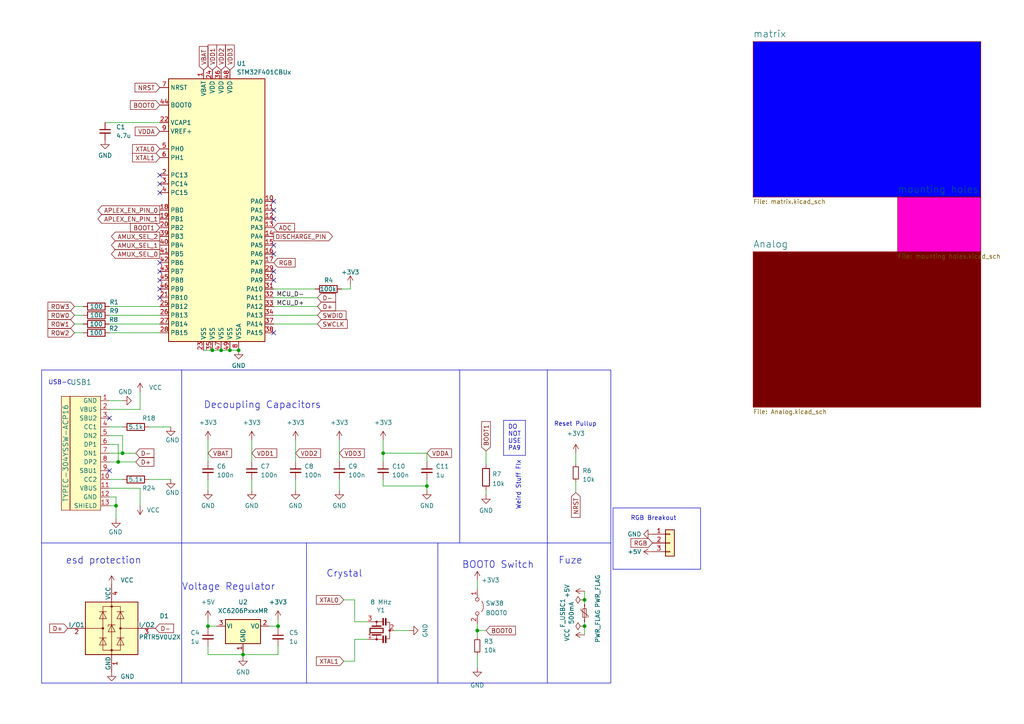
<source format=kicad_sch>
(kicad_sch (version 20230121) (generator eeschema)
  (paper "A4")
  (lib_symbols
    (symbol "Connector_Generic:Conn_01x03" (pin_names (offset 1.016) hide)
      (property "Reference" "J" (at 0 5.08 0))
      (property "Value" "Conn_01x03" (at 0 -5.08 0))
      (symbol "Conn_01x03_1_1"
        (rectangle (start -1.27 -2.413) (end 0 -2.667) (stroke (width 0.1524)))
        (rectangle (start -1.27 0.127) (end 0 -0.127) (stroke (width 0.1524)))
        (rectangle (start -1.27 2.667) (end 0 2.413) (stroke (width 0.1524)))
        (rectangle (start -1.27 3.81) (end 1.27 -3.81) (stroke (width 0.254)) (fill (type background)))
        (pin passive line (at -5.08 2.54 0) (length 3.81) (name "Pin_1") (number "1"))
        (pin passive line (at -5.08 0 0) (length 3.81) (name "Pin_2") (number "2"))
        (pin passive line (at -5.08 -2.54 0) (length 3.81) (name "Pin_3") (number "3"))
      )
    )
    (symbol "Device:C_Small" (pin_numbers hide) (pin_names (offset 0.254) hide)
      (property "Reference" "C" (at 0.254 1.778 0))
      (property "Value" "C_Small" (at 0.254 -2.032 0))
      (symbol "C_Small_0_1"
        (polyline (pts (xy -1.524 -0.508) (xy 1.524 -0.508)) (stroke (width 0.3302)))
        (polyline (pts (xy -1.524 0.508) (xy 1.524 0.508)) (stroke (width 0.3048)))
      )
      (symbol "C_Small_1_1"
        (pin passive line (at 0 2.54 270) (length 2.032) (name "~") (number "1"))
        (pin passive line (at 0 -2.54 90) (length 2.032) (name "~") (number "2"))
      )
    )
    (symbol "Device:Polyfuse_Small" (pin_numbers hide) (pin_names (offset 0))
      (property "Reference" "F" (at -1.905 0 90))
      (property "Value" "Polyfuse_Small" (at 1.905 0 90))
      (symbol "Polyfuse_Small_0_1"
        (rectangle (start -0.508 1.27) (end 0.508 -1.27))
        (polyline (pts (xy 0 2.54) (xy 0 -2.54)))
        (polyline (pts (xy -1.016 1.27) (xy -1.016 0.762) (xy 1.016 -0.762) (xy 1.016 -1.27)))
      )
      (symbol "Polyfuse_Small_1_1"
        (pin passive line (at 0 2.54 270) (length 0.635) (name "~") (number "1"))
        (pin passive line (at 0 -2.54 90) (length 0.635) (name "~") (number "2"))
      )
    )
    (symbol "Device:R" (pin_numbers hide) (pin_names (offset 0))
      (property "Reference" "R" (at 2.032 0 90))
      (property "Value" "R" (at 0 0 90))
      (symbol "R_0_1"
        (rectangle (start -1.016 -2.54) (end 1.016 2.54) (stroke (width 0.254)))
      )
      (symbol "R_1_1"
        (pin passive line (at 0 3.81 270) (length 1.27) (name "~") (number "1"))
        (pin passive line (at 0 -3.81 90) (length 1.27) (name "~") (number "2"))
      )
    )
    (symbol "Device:R_Small" (pin_numbers hide) (pin_names (offset 0.254) hide)
      (property "Reference" "R" (at 0.762 0.508 0))
      (property "Value" "R_Small" (at 0.762 -1.016 0))
      (symbol "R_Small_0_1"
        (rectangle (start -0.762 1.778) (end 0.762 -1.778) (stroke (width 0.2032)))
      )
      (symbol "R_Small_1_1"
        (pin passive line (at 0 2.54 270) (length 0.762) (name "~") (number "1"))
        (pin passive line (at 0 -2.54 90) (length 0.762) (name "~") (number "2"))
      )
    )
    (symbol "Device:Resonator_Small" (pin_names (offset 1.016) hide)
      (property "Reference" "Y" (at 3.175 1.905 0))
      (property "Value" "Resonator_Small" (at 3.175 0 0))
      (symbol "Resonator_Small_0_1"
        (rectangle (start -3.556 -2.54) (end -1.524 -2.794) (fill (type outline)))
        (rectangle (start -3.556 -1.778) (end -1.524 -2.032) (fill (type outline)))
        (circle (center -2.54 0) (radius 0.254) (fill (type outline)))
        (rectangle (start -0.635 1.905) (end 0.635 -1.905) (stroke (width 0.3048)))
        (circle (center 0 -3.81) (radius 0.254) (fill (type outline)))
        (polyline (pts (xy -2.54 -1.778) (xy -2.54 0)))
        (polyline (pts (xy -2.54 0) (xy -1.397 0)))
        (polyline (pts (xy -2.54 1.27) (xy -2.54 0)))
        (polyline (pts (xy -1.27 -1.27) (xy -1.27 1.27)) (stroke (width 0.381)))
        (polyline (pts (xy 1.27 -1.27) (xy 1.27 1.27)) (stroke (width 0.381)))
        (polyline (pts (xy 1.27 0) (xy 2.54 0)))
        (polyline (pts (xy 2.54 0) (xy 2.54 -1.778)))
        (polyline (pts (xy 2.54 1.27) (xy 2.54 0)))
        (polyline (pts (xy 2.413 -2.794) (xy 2.413 -3.81) (xy -2.413 -3.81) (xy -2.413 -2.667)))
        (rectangle (start 1.524 -2.54) (end 3.556 -2.794) (fill (type outline)))
        (rectangle (start 1.524 -1.778) (end 3.556 -2.032) (fill (type outline)))
        (circle (center 2.54 0) (radius 0.254) (fill (type outline)))
      )
      (symbol "Resonator_Small_1_1"
        (pin passive line (at -2.54 2.54 270) (length 1.27) (name "1") (number "1"))
        (pin passive line (at 0 -5.08 90) (length 1.27) (name "2") (number "2"))
        (pin passive line (at 2.54 2.54 270) (length 1.27) (name "3") (number "3"))
      )
    )
    (symbol "Jumper:Jumper_2_Open" (pin_names (offset 0) hide)
      (property "Reference" "JP" (at 0 2.794 0))
      (property "Value" "Jumper_2_Open" (at 0 -2.286 0))
      (symbol "Jumper_2_Open_0_0"
        (circle (center -2.032 0) (radius 0.508))
        (circle (center 2.032 0) (radius 0.508))
      )
      (symbol "Jumper_2_Open_0_1"
        (arc (start 1.524 1.27) (mid 0 1.778) (end -1.524 1.27))
      )
      (symbol "Jumper_2_Open_1_1"
        (pin passive line (at -5.08 0 0) (length 2.54) (name "A") (number "1"))
        (pin passive line (at 5.08 0 180) (length 2.54) (name "B") (number "2"))
      )
    )
    (symbol "MCU_ST_STM32F4:STM32F401CBUx"
      (property "Reference" "U" (at -15.24 39.37 0))
      (property "Value" "STM32F401CBUx" (at 5.08 39.37 0))
      (symbol "STM32F401CBUx_0_1"
        (rectangle (start -15.24 -38.1) (end 12.7 38.1) (stroke (width 0.254)) (fill (type background)))
      )
      (symbol "STM32F401CBUx_1_1"
        (pin power_in line (at -5.08 40.64 270) (length 2.54) (name "VBAT") (number "1"))
        (pin bidirectional line (at 15.24 2.54 180) (length 2.54) (name "PA0") (number "10"))
        (pin bidirectional line (at 15.24 0 180) (length 2.54) (name "PA1") (number "11"))
        (pin bidirectional line (at 15.24 -2.54 180) (length 2.54) (name "PA2") (number "12"))
        (pin bidirectional line (at 15.24 -5.08 180) (length 2.54) (name "PA3") (number "13"))
        (pin bidirectional line (at 15.24 -7.62 180) (length 2.54) (name "PA4") (number "14"))
        (pin bidirectional line (at 15.24 -10.16 180) (length 2.54) (name "PA5") (number "15"))
        (pin bidirectional line (at 15.24 -12.7 180) (length 2.54) (name "PA6") (number "16"))
        (pin bidirectional line (at 15.24 -15.24 180) (length 2.54) (name "PA7") (number "17"))
        (pin bidirectional line (at -17.78 0 0) (length 2.54) (name "PB0") (number "18"))
        (pin bidirectional line (at -17.78 -2.54 0) (length 2.54) (name "PB1") (number "19"))
        (pin bidirectional line (at -17.78 10.16 0) (length 2.54) (name "PC13") (number "2"))
        (pin bidirectional line (at -17.78 -5.08 0) (length 2.54) (name "PB2") (number "20"))
        (pin bidirectional line (at -17.78 -25.4 0) (length 2.54) (name "PB10") (number "21"))
        (pin power_in line (at -17.78 25.4 0) (length 2.54) (name "VCAP1") (number "22"))
        (pin power_in line (at -5.08 -40.64 90) (length 2.54) (name "VSS") (number "23"))
        (pin power_in line (at -2.54 40.64 270) (length 2.54) (name "VDD") (number "24"))
        (pin bidirectional line (at -17.78 -27.94 0) (length 2.54) (name "PB12") (number "25"))
        (pin bidirectional line (at -17.78 -30.48 0) (length 2.54) (name "PB13") (number "26"))
        (pin bidirectional line (at -17.78 -33.02 0) (length 2.54) (name "PB14") (number "27"))
        (pin bidirectional line (at -17.78 -35.56 0) (length 2.54) (name "PB15") (number "28"))
        (pin bidirectional line (at 15.24 -17.78 180) (length 2.54) (name "PA8") (number "29"))
        (pin bidirectional line (at -17.78 7.62 0) (length 2.54) (name "PC14") (number "3"))
        (pin bidirectional line (at 15.24 -20.32 180) (length 2.54) (name "PA9") (number "30"))
        (pin bidirectional line (at 15.24 -22.86 180) (length 2.54) (name "PA10") (number "31"))
        (pin bidirectional line (at 15.24 -25.4 180) (length 2.54) (name "PA11") (number "32"))
        (pin bidirectional line (at 15.24 -27.94 180) (length 2.54) (name "PA12") (number "33"))
        (pin bidirectional line (at 15.24 -30.48 180) (length 2.54) (name "PA13") (number "34"))
        (pin power_in line (at -2.54 -40.64 90) (length 2.54) (name "VSS") (number "35"))
        (pin power_in line (at 0 40.64 270) (length 2.54) (name "VDD") (number "36"))
        (pin bidirectional line (at 15.24 -33.02 180) (length 2.54) (name "PA14") (number "37"))
        (pin bidirectional line (at 15.24 -35.56 180) (length 2.54) (name "PA15") (number "38"))
        (pin bidirectional line (at -17.78 -7.62 0) (length 2.54) (name "PB3") (number "39"))
        (pin bidirectional line (at -17.78 5.08 0) (length 2.54) (name "PC15") (number "4"))
        (pin bidirectional line (at -17.78 -10.16 0) (length 2.54) (name "PB4") (number "40"))
        (pin bidirectional line (at -17.78 -12.7 0) (length 2.54) (name "PB5") (number "41"))
        (pin bidirectional line (at -17.78 -15.24 0) (length 2.54) (name "PB6") (number "42"))
        (pin bidirectional line (at -17.78 -17.78 0) (length 2.54) (name "PB7") (number "43"))
        (pin input line (at -17.78 30.48 0) (length 2.54) (name "BOOT0") (number "44"))
        (pin bidirectional line (at -17.78 -20.32 0) (length 2.54) (name "PB8") (number "45"))
        (pin bidirectional line (at -17.78 -22.86 0) (length 2.54) (name "PB9") (number "46"))
        (pin power_in line (at 0 -40.64 90) (length 2.54) (name "VSS") (number "47"))
        (pin power_in line (at 2.54 40.64 270) (length 2.54) (name "VDD") (number "48"))
        (pin power_in line (at 2.54 -40.64 90) (length 2.54) (name "VSS") (number "49"))
        (pin input line (at -17.78 17.78 0) (length 2.54) (name "PH0") (number "5"))
        (pin input line (at -17.78 15.24 0) (length 2.54) (name "PH1") (number "6"))
        (pin input line (at -17.78 35.56 0) (length 2.54) (name "NRST") (number "7"))
        (pin power_in line (at 5.08 -40.64 90) (length 2.54) (name "VSSA") (number "8"))
        (pin power_in line (at -17.78 22.86 0) (length 2.54) (name "VREF+") (number "9"))
      )
    )
    (symbol "Power_Protection:PRTR5V0U2X" (pin_names (offset 0))
      (property "Reference" "D" (at 2.794 8.636 0))
      (property "Value" "PRTR5V0U2X" (at 8.128 -9.398 0))
      (symbol "PRTR5V0U2X_0_1"
        (rectangle (start -7.62 -7.62) (end 7.62 7.62) (stroke (width 0.254)) (fill (type background)))
        (circle (center -2.54 0) (radius 0.254) (fill (type outline)))
        (rectangle (start -2.54 6.35) (end 2.54 -6.35))
        (circle (center 0 -6.35) (radius 0.254) (fill (type outline)))
        (polyline (pts (xy -2.54 0) (xy -7.62 0)))
        (polyline (pts (xy -1.524 -2.794) (xy -3.556 -2.794)))
        (polyline (pts (xy -1.524 4.826) (xy -3.556 4.826)))
        (polyline (pts (xy 0 -7.62) (xy 0 7.62)))
        (polyline (pts (xy 1.524 -2.794) (xy 3.556 -2.794)))
        (polyline (pts (xy 1.524 4.826) (xy 3.556 4.826)))
        (polyline (pts (xy 2.54 0) (xy 7.62 0)))
        (polyline (pts (xy 1.016 1.016) (xy -1.016 1.016) (xy -1.016 0.508)))
        (polyline (pts (xy -3.556 -4.826) (xy -1.524 -4.826) (xy -2.54 -2.794) (xy -3.556 -4.826)))
        (polyline (pts (xy -3.556 2.794) (xy -1.524 2.794) (xy -2.54 4.826) (xy -3.556 2.794)))
        (polyline (pts (xy -1.016 -1.016) (xy 1.016 -1.016) (xy 0 1.016) (xy -1.016 -1.016)))
        (polyline (pts (xy 3.556 -4.826) (xy 1.524 -4.826) (xy 2.54 -2.794) (xy 3.556 -4.826)))
        (polyline (pts (xy 3.556 2.794) (xy 1.524 2.794) (xy 2.54 4.826) (xy 3.556 2.794)))
        (circle (center 0 6.35) (radius 0.254) (fill (type outline)))
        (circle (center 2.54 0) (radius 0.254) (fill (type outline)))
      )
      (symbol "PRTR5V0U2X_1_1"
        (pin passive line (at 0 -12.7 90) (length 5.08) (name "GND") (number "1"))
        (pin passive line (at -12.7 0 0) (length 5.08) (name "I/O1") (number "2"))
        (pin passive line (at 12.7 0 180) (length 5.08) (name "I/O2") (number "3"))
        (pin passive line (at 0 12.7 270) (length 5.08) (name "VCC") (number "4"))
      )
    )
    (symbol "Regulator_Linear:XC6206PxxxMR" (pin_names (offset 0.254))
      (property "Reference" "U" (at -3.81 3.175 0))
      (property "Value" "XC6206PxxxMR" (at 0 3.175 0))
      (symbol "XC6206PxxxMR_0_1"
        (rectangle (start -5.08 1.905) (end 5.08 -5.08) (stroke (width 0.254)) (fill (type background)))
      )
      (symbol "XC6206PxxxMR_1_1"
        (pin power_in line (at 0 -7.62 90) (length 2.54) (name "GND") (number "1"))
        (pin power_out line (at 7.62 0 180) (length 2.54) (name "VO") (number "2"))
        (pin power_in line (at -7.62 0 0) (length 2.54) (name "VI") (number "3"))
      )
    )
    (symbol "cipulot_parts:TYPEC-304YSSW-ACP16" (pin_names (offset 1.016))
      (property "Reference" "USB" (at -5.08 16.51 0))
      (property "Value" "TYPEC-304YSSW-ACP16" (at -10.16 -1.27 90))
      (symbol "TYPEC-304YSSW-ACP16_0_1"
        (rectangle (start -11.43 15.24) (end -8.89 -17.78) (fill (type background)))
        (rectangle (start 0 -17.78) (end -8.89 15.24) (fill (type background)))
      )
      (symbol "TYPEC-304YSSW-ACP16_1_1"
        (pin input line (at 2.54 13.97 180) (length 2.54) (name "GND") (number "1"))
        (pin input line (at 2.54 -8.89 180) (length 2.54) (name "CC2") (number "10"))
        (pin input line (at 2.54 -11.43 180) (length 2.54) (name "VBUS") (number "11"))
        (pin input line (at 2.54 -13.97 180) (length 2.54) (name "GND") (number "12"))
        (pin input line (at 2.54 -16.51 180) (length 2.54) (name "SHIELD") (number "13"))
        (pin input line (at 2.54 11.43 180) (length 2.54) (name "VBUS") (number "2"))
        (pin input line (at 2.54 8.89 180) (length 2.54) (name "SBU2") (number "3"))
        (pin input line (at 2.54 6.35 180) (length 2.54) (name "CC1") (number "4"))
        (pin input line (at 2.54 3.81 180) (length 2.54) (name "DN2") (number "5"))
        (pin input line (at 2.54 1.27 180) (length 2.54) (name "DP1") (number "6"))
        (pin input line (at 2.54 -1.27 180) (length 2.54) (name "DN1") (number "7"))
        (pin input line (at 2.54 -3.81 180) (length 2.54) (name "DP2") (number "8"))
        (pin input line (at 2.54 -6.35 180) (length 2.54) (name "SBU1") (number "9"))
      )
    )
    (symbol "power:+3.3V" (power) (pin_names (offset 0))
      (property "Value" "+3.3V" (at 0 3.556 0))
      (symbol "+3.3V_0_1"
        (polyline (pts (xy -0.762 1.27) (xy 0 2.54)))
        (polyline (pts (xy 0 0) (xy 0 2.54)))
        (polyline (pts (xy 0 2.54) (xy 0.762 1.27)))
      )
      (symbol "+3.3V_1_1"
        (pin power_in line (at 0 0 90) (length 0) hide (name "+3V3") (number "1"))
      )
    )
    (symbol "power:+3V3" (power) (pin_names (offset 0))
      (property "Value" "+3V3" (at 0 3.556 0))
      (symbol "+3V3_0_1"
        (polyline (pts (xy -0.762 1.27) (xy 0 2.54)))
        (polyline (pts (xy 0 0) (xy 0 2.54)))
        (polyline (pts (xy 0 2.54) (xy 0.762 1.27)))
      )
      (symbol "+3V3_1_1"
        (pin power_in line (at 0 0 90) (length 0) hide (name "+3V3") (number "1"))
      )
    )
    (symbol "power:+5V" (power) (pin_names (offset 0))
      (property "Value" "+5V" (at 0 3.556 0))
      (symbol "+5V_0_1"
        (polyline (pts (xy -0.762 1.27) (xy 0 2.54)))
        (polyline (pts (xy 0 0) (xy 0 2.54)))
        (polyline (pts (xy 0 2.54) (xy 0.762 1.27)))
      )
      (symbol "+5V_1_1"
        (pin power_in line (at 0 0 90) (length 0) hide (name "+5V") (number "1"))
      )
    )
    (symbol "power:GND" (power) (pin_names (offset 0))
      (property "Value" "GND" (at 0 -3.81 0))
      (symbol "GND_0_1"
        (polyline (pts (xy 0 0) (xy 0 -1.27) (xy 1.27 -1.27) (xy 0 -2.54) (xy -1.27 -1.27) (xy 0 -1.27)))
      )
      (symbol "GND_1_1"
        (pin power_in line (at 0 0 270) (length 0) hide (name "GND") (number "1"))
      )
    )
    (symbol "power:PWR_FLAG" (power) (pin_numbers hide) (pin_names (offset 0) hide)
      (property "Value" "PWR_FLAG" (at 0 3.81 0))
      (symbol "PWR_FLAG_0_0"
        (pin power_out line (at 0 0 90) (length 0) (name "pwr") (number "1"))
      )
      (symbol "PWR_FLAG_0_1"
        (polyline (pts (xy 0 0) (xy 0 1.27) (xy -1.016 1.905) (xy 0 2.54) (xy 1.016 1.905) (xy 0 1.27)))
      )
    )
    (symbol "power:VCC" (power) (pin_names (offset 0))
      (property "Value" "VCC" (at 0 3.81 0))
      (symbol "VCC_0_1"
        (polyline (pts (xy -0.762 1.27) (xy 0 2.54)))
        (polyline (pts (xy 0 0) (xy 0 2.54)))
        (polyline (pts (xy 0 2.54) (xy 0.762 1.27)))
      )
      (symbol "VCC_1_1"
        (pin power_in line (at 0 0 90) (length 0) hide (name "VCC") (number "1"))
      )
    )
  )
  (junction (at 169.545 173.99))
  (junction (at 64.135 101.6))
  (junction (at 111.125 131.445))
  (junction (at 66.675 101.6))
  (junction (at 34.29 133.985))
  (junction (at 60.325 181.61))
  (junction (at 169.545 181.61))
  (junction (at 33.655 146.685))
  (junction (at 61.595 101.6))
  (junction (at 138.43 182.88))
  (junction (at 35.56 131.445))
  (junction (at 70.485 189.865))
  (junction (at 69.215 101.6))
  (junction (at 80.645 181.61))
  (junction (at 123.825 140.97))
  (no_connect (at 79.375 96.52))
  (no_connect (at 79.375 58.42))
  (no_connect (at 79.375 60.96))
  (no_connect (at 46.355 76.2))
  (no_connect (at 46.355 50.8))
  (no_connect (at 46.355 53.34))
  (no_connect (at 46.355 55.88))
  (no_connect (at 79.375 78.74))
  (no_connect (at 46.355 81.28))
  (no_connect (at 79.375 81.28))
  (no_connect (at 46.355 86.36))
  (no_connect (at 46.355 83.82))
  (no_connect (at 79.375 71.12))
  (no_connect (at 79.375 63.5))
  (no_connect (at 31.75 136.525))
  (no_connect (at 79.375 73.66))
  (no_connect (at 46.355 78.74))
  (no_connect (at 31.75 121.285))
  (wire (pts (xy 70.485 189.23) (xy 70.485 189.865)))
  (polyline (pts (xy 146.05 132.08) (xy 152.4 132.08)))
  (wire (pts (xy 102.87 191.77) (xy 102.87 185.42)))
  (wire (pts (xy 70.485 189.865) (xy 70.485 190.5)))
  (wire (pts (xy 31.75 128.905) (xy 34.29 128.905)))
  (wire (pts (xy 21.59 91.44) (xy 24.13 91.44)))
  (wire (pts (xy 33.655 144.145) (xy 33.655 146.685)))
  (wire (pts (xy 102.87 185.42) (xy 106.68 185.42)))
  (wire (pts (xy 167.005 131.445) (xy 167.005 134.62)))
  (wire (pts (xy 31.75 88.9) (xy 46.355 88.9)))
  (wire (pts (xy 123.825 140.97) (xy 123.825 142.24)))
  (wire (pts (xy 79.375 91.44) (xy 92.075 91.44)))
  (polyline (pts (xy 177.165 198.12) (xy 12.065 198.12)))
  (polyline (pts (xy 133.35 107.315) (xy 133.35 157.48)))
  (wire (pts (xy 34.29 128.905) (xy 34.29 133.985)))
  (wire (pts (xy 169.545 181.61) (xy 169.545 180.34)))
  (polyline (pts (xy 12.065 157.48) (xy 177.165 157.48)))
  (wire (pts (xy 79.375 93.98) (xy 92.075 93.98)))
  (wire (pts (xy 40.64 118.745) (xy 40.64 113.665)))
  (wire (pts (xy 79.375 86.36) (xy 92.075 86.36)))
  (wire (pts (xy 31.75 141.605) (xy 40.64 141.605)))
  (wire (pts (xy 60.325 182.245) (xy 60.325 181.61)))
  (wire (pts (xy 111.125 140.97) (xy 123.825 140.97)))
  (wire (pts (xy 40.64 141.605) (xy 40.64 146.685)))
  (polyline (pts (xy 12.065 107.315) (xy 12.065 198.12)))
  (wire (pts (xy 78.105 181.61) (xy 80.645 181.61)))
  (wire (pts (xy 123.825 131.445) (xy 123.825 133.985)))
  (wire (pts (xy 91.44 83.82) (xy 79.375 83.82)))
  (wire (pts (xy 101.6 83.82) (xy 101.6 82.55)))
  (wire (pts (xy 66.675 101.6) (xy 69.215 101.6)))
  (wire (pts (xy 70.485 189.865) (xy 80.645 189.865)))
  (wire (pts (xy 31.75 96.52) (xy 46.355 96.52)))
  (wire (pts (xy 60.325 139.065) (xy 60.325 142.24)))
  (wire (pts (xy 31.75 123.825) (xy 35.56 123.825)))
  (wire (pts (xy 111.125 131.445) (xy 111.125 133.985)))
  (wire (pts (xy 31.75 91.44) (xy 46.355 91.44)))
  (wire (pts (xy 80.645 189.865) (xy 80.645 187.325)))
  (wire (pts (xy 85.725 127.635) (xy 85.725 133.985)))
  (wire (pts (xy 106.68 180.34) (xy 102.87 180.34)))
  (wire (pts (xy 73.025 127.635) (xy 73.025 133.985)))
  (wire (pts (xy 35.56 131.445) (xy 39.37 131.445)))
  (wire (pts (xy 140.97 130.81) (xy 140.97 134.62)))
  (polyline (pts (xy 52.705 107.315) (xy 52.705 198.12)))
  (wire (pts (xy 60.325 127.635) (xy 60.325 133.985)))
  (wire (pts (xy 31.75 131.445) (xy 35.56 131.445)))
  (wire (pts (xy 138.43 189.865) (xy 138.43 193.675)))
  (wire (pts (xy 43.18 123.825) (xy 49.53 123.825)))
  (wire (pts (xy 98.425 139.065) (xy 98.425 142.24)))
  (wire (pts (xy 99.695 173.99) (xy 102.87 173.99)))
  (wire (pts (xy 33.655 146.685) (xy 33.655 150.495)))
  (wire (pts (xy 31.75 118.745) (xy 40.64 118.745)))
  (wire (pts (xy 111.125 127.635) (xy 111.125 131.445)))
  (wire (pts (xy 80.645 181.61) (xy 80.645 179.705)))
  (wire (pts (xy 59.055 101.6) (xy 61.595 101.6)))
  (wire (pts (xy 99.695 191.77) (xy 102.87 191.77)))
  (wire (pts (xy 111.125 131.445) (xy 123.825 131.445)))
  (wire (pts (xy 138.43 180.975) (xy 138.43 182.88)))
  (wire (pts (xy 169.545 175.26) (xy 169.545 173.99)))
  (wire (pts (xy 21.59 88.9) (xy 24.13 88.9)))
  (polyline (pts (xy 158.75 157.48) (xy 158.75 198.12)))
  (wire (pts (xy 123.825 139.065) (xy 123.825 140.97)))
  (wire (pts (xy 61.595 101.6) (xy 64.135 101.6)))
  (wire (pts (xy 111.125 139.065) (xy 111.125 140.97)))
  (wire (pts (xy 31.75 126.365) (xy 35.56 126.365)))
  (wire (pts (xy 79.375 88.9) (xy 92.075 88.9)))
  (wire (pts (xy 31.75 116.205) (xy 35.56 116.205)))
  (wire (pts (xy 73.025 139.065) (xy 73.025 142.24)))
  (wire (pts (xy 31.75 139.065) (xy 35.56 139.065)))
  (wire (pts (xy 102.87 180.34) (xy 102.87 173.99)))
  (wire (pts (xy 60.325 189.865) (xy 60.325 187.325)))
  (wire (pts (xy 64.135 101.6) (xy 66.675 101.6)))
  (wire (pts (xy 21.59 93.98) (xy 24.13 93.98)))
  (wire (pts (xy 138.43 182.88) (xy 138.43 184.785)))
  (polyline (pts (xy 152.4 132.08) (xy 152.4 121.92)))
  (wire (pts (xy 98.425 127.635) (xy 98.425 133.985)))
  (wire (pts (xy 138.43 182.88) (xy 140.97 182.88)))
  (wire (pts (xy 99.06 83.82) (xy 101.6 83.82)))
  (wire (pts (xy 140.97 142.24) (xy 140.97 143.51)))
  (polyline (pts (xy 12.065 107.315) (xy 177.165 107.315)))
  (wire (pts (xy 31.75 144.145) (xy 33.655 144.145)))
  (wire (pts (xy 80.645 181.61) (xy 80.645 182.245)))
  (wire (pts (xy 169.545 173.99) (xy 169.545 171.45)))
  (wire (pts (xy 30.48 35.56) (xy 46.355 35.56)))
  (polyline (pts (xy 146.05 121.92) (xy 146.05 132.08)))
  (wire (pts (xy 46.355 93.98) (xy 31.75 93.98)))
  (wire (pts (xy 70.485 189.865) (xy 60.325 189.865)))
  (wire (pts (xy 21.59 96.52) (xy 24.13 96.52)))
  (polyline (pts (xy 158.75 107.315) (xy 158.75 157.48)))
  (wire (pts (xy 60.325 181.61) (xy 62.865 181.61)))
  (polyline (pts (xy 146.05 121.92) (xy 152.4 121.92)))
  (polyline (pts (xy 88.9 157.48) (xy 88.9 198.12)))
  (wire (pts (xy 33.655 146.685) (xy 31.75 146.685)))
  (wire (pts (xy 34.29 133.985) (xy 39.37 133.985)))
  (wire (pts (xy 169.545 184.15) (xy 169.545 181.61)))
  (wire (pts (xy 138.43 168.275) (xy 138.43 170.815)))
  (wire (pts (xy 43.18 139.065) (xy 49.53 139.065)))
  (wire (pts (xy 60.325 181.61) (xy 60.325 179.705)))
  (wire (pts (xy 167.005 139.7) (xy 167.005 142.875)))
  (wire (pts (xy 35.56 126.365) (xy 35.56 131.445)))
  (polyline (pts (xy 127 157.48) (xy 127 198.12)))
  (wire (pts (xy 85.725 139.065) (xy 85.725 142.24)))
  (wire (pts (xy 114.3 182.88) (xy 118.745 182.88)))
  (polyline (pts (xy 177.165 107.315) (xy 177.165 198.12)))
  (wire (pts (xy 31.75 133.985) (xy 34.29 133.985)))
  (rectangle (start 177.8 147.32) (end 203.2 165.1))
  (text "Weird Stuff FIx" (at 151.13 147.955 90) (effects (font (size 1.27 1.27)) (justify left bottom)))
  (text "BOOT0 Switch" (at 133.985 165.1 0) (effects (font (size 2 2)) (justify left bottom)))
  (text "USB-C" (at 13.97 111.76 0) (effects (font (size 1.27 1.27)) (justify left bottom)))
  (text "RGB Breakout" (at 182.88 151.13 0) (effects (font (size 1.27 1.27)) (justify left bottom)))
  (text "Voltage Regulator" (at 52.705 171.45 0) (effects (font (size 2 2)) (justify left bottom)))
  (text "Reset Pullup" (at 160.655 123.825 0) (effects (font (size 1.27 1.27)) (justify left bottom)))
  (text "esd protection\n" (at 19.05 163.83 0) (effects (font (size 2 2)) (justify left bottom)))
  (text "DO\nNOT\nUSE\nPA9\n" (at 147.32 130.81 0) (effects (font (size 1.27 1.27)) (justify left bottom)))
  (text "Fuze\n" (at 161.925 163.83 0) (effects (font (size 2 2)) (justify left bottom)))
  (text "Crystal" (at 94.615 167.64 0) (effects (font (size 2 2)) (justify left bottom)))
  (text "Decoupling Capacitors" (at 59.055 118.745 0) (effects (font (size 2 2)) (justify left bottom)))
  (label "MCU_D-" (at 88.265 86.36 180))
  (label "MCU_D+" (at 88.265 88.9 180))
  (global_label "XTAL1" (shape input) (at 99.695 191.77 180) (property "Intersheetrefs" "${INTERSHEET_REFS}" (effects hide)))
  (global_label "VDDA" (shape input) (at 123.825 131.445 0) (property "Intersheetrefs" "${INTERSHEET_REFS}" (effects hide)))
  (global_label "VDD2" (shape input) (at 64.135 20.32 90) (property "Intersheetrefs" "${INTERSHEET_REFS}" (effects hide)))
  (global_label "ROW0" (shape input) (at 21.59 91.44 180) (property "Intersheetrefs" "${INTERSHEET_REFS}" (effects hide)))
  (global_label "DISCHARGE_PIN" (shape output) (at 79.375 68.58 0) (property "Intersheetrefs" "${INTERSHEET_REFS}" (effects hide)))
  (global_label "VBAT" (shape input) (at 59.055 20.32 90) (property "Intersheetrefs" "${INTERSHEET_REFS}" (effects hide)))
  (global_label "RGB" (shape input) (at 189.23 157.48 180) (property "Intersheetrefs" "${INTERSHEET_REFS}" (effects hide)))
  (global_label "RGB" (shape input) (at 79.375 76.2 0) (property "Intersheetrefs" "${INTERSHEET_REFS}" (effects hide)))
  (global_label "BOOT1" (shape input) (at 46.355 66.04 180) (property "Intersheetrefs" "${INTERSHEET_REFS}" (effects hide)))
  (global_label "ROW2" (shape input) (at 21.59 96.52 180) (property "Intersheetrefs" "${INTERSHEET_REFS}" (effects hide)))
  (global_label "NRST" (shape input) (at 46.355 25.4 180) (property "Intersheetrefs" "${INTERSHEET_REFS}" (effects hide)))
  (global_label "SWDIO" (shape input) (at 92.075 91.44 0) (property "Intersheetrefs" "${INTERSHEET_REFS}" (effects hide)))
  (global_label "ROW1" (shape input) (at 21.59 93.98 180) (property "Intersheetrefs" "${INTERSHEET_REFS}" (effects hide)))
  (global_label "D+" (shape input) (at 19.685 182.245 180) (property "Intersheetrefs" "${INTERSHEET_REFS}" (effects hide)))
  (global_label "NRST" (shape input) (at 167.005 142.875 270) (property "Intersheetrefs" "${INTERSHEET_REFS}" (effects hide)))
  (global_label "XTAL0" (shape input) (at 46.355 43.18 180) (property "Intersheetrefs" "${INTERSHEET_REFS}" (effects hide)))
  (global_label "APLEX_EN_PIN_0" (shape output) (at 46.355 60.96 180) (property "Intersheetrefs" "${INTERSHEET_REFS}" (effects hide)))
  (global_label "BOOT1" (shape input) (at 140.97 130.81 90) (property "Intersheetrefs" "${INTERSHEET_REFS}" (effects hide)))
  (global_label "AMUX_SEL_2" (shape output) (at 46.355 68.58 180) (property "Intersheetrefs" "${INTERSHEET_REFS}" (effects hide)))
  (global_label "VBAT" (shape input) (at 60.325 131.445 0) (property "Intersheetrefs" "${INTERSHEET_REFS}" (effects hide)))
  (global_label "D-" (shape input) (at 45.085 182.245 0) (property "Intersheetrefs" "${INTERSHEET_REFS}" (effects hide)))
  (global_label "APLEX_EN_PIN_1" (shape output) (at 46.355 63.5 180) (property "Intersheetrefs" "${INTERSHEET_REFS}" (effects hide)))
  (global_label "ROW3" (shape input) (at 21.59 88.9 180) (property "Intersheetrefs" "${INTERSHEET_REFS}" (effects hide)))
  (global_label "AMUX_SEL_0" (shape output) (at 46.355 73.66 180) (property "Intersheetrefs" "${INTERSHEET_REFS}" (effects hide)))
  (global_label "VDD1" (shape input) (at 73.025 131.445 0) (property "Intersheetrefs" "${INTERSHEET_REFS}" (effects hide)))
  (global_label "ADC" (shape input) (at 79.375 66.04 0) (property "Intersheetrefs" "${INTERSHEET_REFS}" (effects hide)))
  (global_label "XTAL1" (shape input) (at 46.355 45.72 180) (property "Intersheetrefs" "${INTERSHEET_REFS}" (effects hide)))
  (global_label "D+" (shape input) (at 92.075 88.9 0) (property "Intersheetrefs" "${INTERSHEET_REFS}" (effects hide)))
  (global_label "VDD2" (shape input) (at 85.725 131.445 0) (property "Intersheetrefs" "${INTERSHEET_REFS}" (effects hide)))
  (global_label "XTAL0" (shape input) (at 99.695 173.99 180) (property "Intersheetrefs" "${INTERSHEET_REFS}" (effects hide)))
  (global_label "VDD3" (shape input) (at 98.425 131.445 0) (property "Intersheetrefs" "${INTERSHEET_REFS}" (effects hide)))
  (global_label "SWCLK" (shape input) (at 92.075 93.98 0) (property "Intersheetrefs" "${INTERSHEET_REFS}" (effects hide)))
  (global_label "AMUX_SEL_1" (shape output) (at 46.355 71.12 180) (property "Intersheetrefs" "${INTERSHEET_REFS}" (effects hide)))
  (global_label "VDD1" (shape input) (at 61.595 20.32 90) (property "Intersheetrefs" "${INTERSHEET_REFS}" (effects hide)))
  (global_label "VDD3" (shape input) (at 66.675 20.32 90) (property "Intersheetrefs" "${INTERSHEET_REFS}" (effects hide)))
  (global_label "D-" (shape input) (at 39.37 131.445 0) (property "Intersheetrefs" "${INTERSHEET_REFS}" (effects hide)))
  (global_label "BOOT0" (shape input) (at 46.355 30.48 180) (property "Intersheetrefs" "${INTERSHEET_REFS}" (effects hide)))
  (global_label "D-" (shape input) (at 92.075 86.36 0) (property "Intersheetrefs" "${INTERSHEET_REFS}" (effects hide)))
  (global_label "D+" (shape input) (at 39.37 133.985 0) (property "Intersheetrefs" "${INTERSHEET_REFS}" (effects hide)))
  (global_label "VDDA" (shape input) (at 46.355 38.1 180) (property "Intersheetrefs" "${INTERSHEET_REFS}" (effects hide)))
  (global_label "BOOT0" (shape input) (at 140.97 182.88 0) (property "Intersheetrefs" "${INTERSHEET_REFS}" (effects hide)))
  (symbol (lib_id "power:GND") (at 118.745 182.88 90) (unit 1)
    (property "Reference" "#PWR0109" (effects hide))
    (property "Value" "GND" (at 123.3075 182.88 0))
  )
  (symbol (lib_id "Device:Resonator_Small") (at 109.22 182.88 90) (unit 1)
    (property "Reference" "Y1" (at 110.49 176.9618 90))
    (property "Value" "8 MHz" (at 110.49 174.6504 90))
    (property "Footprint" "Crystal:Resonator_SMD_Murata_CSTxExxV-3Pin_3.0x1.1mm" (effects hide))
    (property "LCSC" "C907975" (effects hide))
  )
  (symbol (lib_id "Device:R") (at 39.37 139.065 90) (unit 1)
    (property "Reference" "R24" (at 43.18 141.605 90))
    (property "Value" "5.1k" (at 39.37 139.065 90))
    (property "Footprint" "Resistor_SMD:R_0402_1005Metric" (effects hide))
    (property "LCSC" "C25905" (effects hide))
  )
  (symbol (lib_id "power:+5V") (at 60.325 179.705 0) (unit 1)
    (property "Reference" "#PWR0115" (effects hide))
    (property "Value" "+5V" (at 60.325 174.625 0))
  )
  (symbol (lib_id "power:GND") (at 123.825 142.24 0) (unit 1)
    (property "Reference" "#PWR0123" (effects hide))
    (property "Value" "GND" (at 123.825 146.685 0))
  )
  (symbol (lib_id "Device:C_Small") (at 123.825 136.525 0) (unit 1)
    (property "Reference" "C11" (at 126.365 135.2612 0) (effects (justify left)))
    (property "Value" "1u" (at 126.365 137.8012 0) (effects (justify left)))
    (property "Footprint" "Capacitor_SMD:C_0402_1005Metric" (effects hide))
  )
  (symbol (lib_id "power:GND") (at 189.23 154.94 270) (unit 1)
    (property "Reference" "#PWR02" (effects hide))
    (property "Value" "GND" (at 186.055 154.94 90) (effects (justify right)))
  )
  (symbol (lib_id "Device:R") (at 95.25 83.82 90) (unit 1)
    (property "Reference" "R4" (at 93.98 81.28 90) (effects (justify right)))
    (property "Value" "100k" (at 92.71 83.82 90) (effects (justify right)))
    (property "Footprint" "Resistor_SMD:R_0402_1005Metric" (effects hide))
    (property "LCSC" "C25741" (effects hide))
  )
  (symbol (lib_id "power:GND") (at 30.48 40.64 0) (unit 1)
    (property "Reference" "#PWR0110" (effects hide))
    (property "Value" "GND" (at 30.48 45.085 0))
  )
  (symbol (lib_id "Device:R") (at 27.94 88.9 270) (unit 1)
    (property "Reference" "R1" (at 31.75 87.63 90) (effects (justify left)))
    (property "Value" "100" (at 26.035 88.9 90) (effects (justify left)))
    (property "Footprint" "Resistor_SMD:R_0402_1005Metric" (effects hide))
    (property "LCSC" "C25076" (effects hide))
  )
  (symbol (lib_id "power:GND") (at 35.56 116.205 90) (unit 1)
    (property "Reference" "#PWR0126" (effects hide))
    (property "Value" "GND" (at 34.29 113.665 90) (effects (justify right)))
  )
  (symbol (lib_id "Device:C_Small") (at 30.48 38.1 0) (unit 1)
    (property "Reference" "C1" (at 33.655 36.8362 0) (effects (justify left)))
    (property "Value" "4.7u" (at 33.655 39.3762 0) (effects (justify left)))
    (property "Footprint" "Capacitor_SMD:C_0402_1005Metric" (effects hide))
  )
  (symbol (lib_id "power:GND") (at 70.485 190.5 0) (unit 1)
    (property "Reference" "#PWR0111" (effects hide))
    (property "Value" "GND" (at 70.485 194.945 0))
  )
  (symbol (lib_id "power:GND") (at 140.97 143.51 0) (unit 1)
    (property "Reference" "#PWR0114" (effects hide))
    (property "Value" "GND" (at 140.97 148.0725 0))
  )
  (symbol (lib_id "power:+3V3") (at 138.43 168.275 0) (unit 1)
    (property "Reference" "#PWR01" (effects hide))
    (property "Value" "+3V3" (at 142.24 168.275 0))
  )
  (symbol (lib_id "power:GND") (at 98.425 142.24 0) (unit 1)
    (property "Reference" "#PWR0121" (effects hide))
    (property "Value" "GND" (at 98.425 146.685 0))
  )
  (symbol (lib_id "power:+3.3V") (at 101.6 82.55 0) (unit 1)
    (property "Reference" "#PWR0102" (effects hide))
    (property "Value" "+3.3V" (at 101.6 78.9455 0))
  )
  (symbol (lib_id "power:GND") (at 138.43 193.675 0) (unit 1)
    (property "Reference" "#PWR0105" (effects hide))
    (property "Value" "GND" (at 138.43 198.755 0))
  )
  (symbol (lib_id "power:VCC") (at 169.545 184.15 90) (unit 1)
    (property "Reference" "#PWR0108" (effects hide))
    (property "Value" "VCC" (at 164.465 184.15 0))
  )
  (symbol (lib_id "MCU_ST_STM32F4:STM32F401CBUx") (at 64.135 60.96 0) (unit 1)
    (property "Reference" "U1" (at 68.6309 18.415 0) (effects (justify left)))
    (property "Value" "STM32F401CBUx" (at 68.6309 20.955 0) (effects (justify left)))
    (property "Footprint" "Package_DFN_QFN:QFN-48-1EP_7x7mm_P0.5mm_EP5.6x5.6mm" (effects hide))
    (property "Datasheet" "http://www.st.com/st-web-ui/static/active/en/resource/technical/document/datasheet/DM00086815.pdf" (effects hide))
    (property "LCSC" "C118825" (effects hide))
  )
  (symbol (lib_id "Device:R_Small") (at 138.43 187.325 0) (unit 1)
    (property "Reference" "R3" (at 140.335 186.0549 0) (effects (justify left)))
    (property "Value" "10k" (at 140.335 188.5949 0) (effects (justify left)))
    (property "Footprint" "Resistor_SMD:R_0402_1005Metric" (effects hide))
  )
  (symbol (lib_id "Device:C_Small") (at 111.125 136.525 0) (unit 1)
    (property "Reference" "C10" (at 113.665 135.2612 0) (effects (justify left)))
    (property "Value" "100n" (at 113.665 137.8012 0) (effects (justify left)))
    (property "Footprint" "Capacitor_SMD:C_0402_1005Metric" (effects hide))
  )
  (symbol (lib_id "power:+3V3") (at 167.005 131.445 0) (unit 1)
    (property "Reference" "#PWR0103" (effects hide))
    (property "Value" "+3V3" (at 167.005 125.73 0))
  )
  (symbol (lib_id "power:VCC") (at 40.64 146.685 180) (unit 1)
    (property "Reference" "#PWR0151" (effects hide))
    (property "Value" "VCC" (at 42.545 147.9549 0) (effects (justify right)))
  )
  (symbol (lib_id "power:GND") (at 60.325 142.24 0) (unit 1)
    (property "Reference" "#PWR0112" (effects hide))
    (property "Value" "GND" (at 60.325 146.685 0))
  )
  (symbol (lib_id "Device:C_Small") (at 73.025 136.525 0) (unit 1)
    (property "Reference" "C7" (at 75.565 135.2612 0) (effects (justify left)))
    (property "Value" "100n" (at 75.565 137.8012 0) (effects (justify left)))
    (property "Footprint" "Capacitor_SMD:C_0402_1005Metric" (effects hide))
  )
  (symbol (lib_id "Jumper:Jumper_2_Open") (at 138.43 175.895 270) (unit 1)
    (property "Reference" "SW38" (at 140.843 174.9865 90) (effects (justify left)))
    (property "Value" "BOOT0" (at 140.843 177.7616 90) (effects (justify left)))
    (property "Footprint" "Connector_PinHeader_2.54mm:PinHeader_1x02_P2.54mm_Vertical" (effects hide))
  )
  (symbol (lib_id "Power_Protection:PRTR5V0U2X") (at 32.385 182.245 0) (unit 1)
    (property "Reference" "D1" (at 47.625 178.6636 0))
    (property "Value" "PRTR5V0U2X" (at 46.355 184.785 0))
    (property "Footprint" "Package_TO_SOT_SMD:SOT-143" (effects hide))
    (property "Datasheet" "https://assets.nexperia.com/documents/data-sheet/PRTR5V0U2X.pdf" (effects hide))
  )
  (symbol (lib_id "power:VCC") (at 32.385 169.545 0) (unit 1)
    (property "Reference" "#PWR0106" (effects hide))
    (property "Value" "VCC" (at 34.925 168.2749 0) (effects (justify left)))
  )
  (symbol (lib_id "power:VCC") (at 40.64 113.665 0) (unit 1)
    (property "Reference" "#PWR0125" (effects hide))
    (property "Value" "VCC" (at 43.18 112.3949 0) (effects (justify left)))
  )
  (symbol (lib_id "Device:C_Small") (at 80.645 184.785 0) (unit 1)
    (property "Reference" "C5" (at 83.82 183.5212 0) (effects (justify left)))
    (property "Value" "1u" (at 83.82 186.0612 0) (effects (justify left)))
    (property "Footprint" "Capacitor_SMD:C_0402_1005Metric" (effects hide))
  )
  (symbol (lib_id "Regulator_Linear:XC6206PxxxMR") (at 70.485 181.61 0) (unit 1)
    (property "Reference" "U2" (at 70.485 174.625 0))
    (property "Value" "XC6206PxxxMR" (at 70.485 177.165 0))
    (property "Footprint" "Package_TO_SOT_SMD:SOT-23" (effects hide))
    (property "Datasheet" "https://www.torexsemi.com/file/xc6206/XC6206.pdf" (effects hide))
  )
  (symbol (lib_id "power:GND") (at 32.385 194.945 0) (unit 1)
    (property "Reference" "#PWR0107" (effects hide))
    (property "Value" "GND" (at 34.925 196.2149 0) (effects (justify left)))
  )
  (symbol (lib_id "Device:C_Small") (at 60.325 184.785 0) (unit 1)
    (property "Reference" "C4" (at 55.245 183.515 0) (effects (justify left)))
    (property "Value" "1u" (at 55.245 186.055 0) (effects (justify left)))
    (property "Footprint" "Capacitor_SMD:C_0402_1005Metric" (effects hide))
  )
  (symbol (lib_id "power:GND") (at 49.53 123.825 0) (unit 1)
    (property "Reference" "#PWR0127" (effects hide))
    (property "Value" "GND" (at 52.07 127.635 0) (effects (justify right)))
  )
  (symbol (lib_id "power:+5V") (at 169.545 171.45 90) (unit 1)
    (property "Reference" "#PWR0104" (effects hide))
    (property "Value" "+5V" (at 164.465 171.45 0))
  )
  (symbol (lib_id "Device:C_Small") (at 85.725 136.525 0) (unit 1)
    (property "Reference" "C8" (at 88.265 135.2612 0) (effects (justify left)))
    (property "Value" "100n" (at 88.265 137.8012 0) (effects (justify left)))
    (property "Footprint" "Capacitor_SMD:C_0402_1005Metric" (effects hide))
  )
  (symbol (lib_id "Device:Polyfuse_Small") (at 169.545 177.8 180) (unit 1)
    (property "Reference" "F_USBC1" (at 163.195 177.8 90))
    (property "Value" "500mA" (at 165.735 177.8 90))
    (property "Footprint" "Fuse:Fuse_1206_3216Metric" (effects hide))
  )
  (symbol (lib_id "power:+3V3") (at 98.425 127.635 0) (unit 1)
    (property "Reference" "#PWR0118" (effects hide))
    (property "Value" "+3V3" (at 98.425 122.555 0))
  )
  (symbol (lib_id "power:GND") (at 85.725 142.24 0) (unit 1)
    (property "Reference" "#PWR0122" (effects hide))
    (property "Value" "GND" (at 85.725 146.685 0))
  )
  (symbol (lib_id "Device:C_Small") (at 98.425 136.525 0) (unit 1)
    (property "Reference" "C9" (at 100.965 135.2612 0) (effects (justify left)))
    (property "Value" "100n" (at 100.965 137.8012 0) (effects (justify left)))
    (property "Footprint" "Capacitor_SMD:C_0402_1005Metric" (effects hide))
  )
  (symbol (lib_id "power:GND") (at 73.025 142.24 0) (unit 1)
    (property "Reference" "#PWR0124" (effects hide))
    (property "Value" "GND" (at 73.025 146.685 0))
  )
  (symbol (lib_id "Device:R") (at 140.97 138.43 180) (unit 1)
    (property "Reference" "R7" (at 142.748 137.5215 0) (effects (justify right)))
    (property "Value" "10k" (at 142.748 140.2966 0) (effects (justify right)))
    (property "Footprint" "Resistor_SMD:R_0402_1005Metric" (effects hide))
    (property "LCSC" "C25744" (effects hide))
  )
  (symbol (lib_id "Device:R") (at 27.94 96.52 90) (unit 1)
    (property "Reference" "R2" (at 34.29 95.25 90) (effects (justify left)))
    (property "Value" "100" (at 29.845 96.52 90) (effects (justify left)))
    (property "Footprint" "Resistor_SMD:R_0402_1005Metric" (effects hide))
    (property "LCSC" "C25076" (effects hide))
  )
  (symbol (lib_id "power:GND") (at 69.215 101.6 0) (unit 1)
    (property "Reference" "#PWR0101" (effects hide))
    (property "Value" "GND" (at 69.215 106.045 0))
  )
  (symbol (lib_id "power:PWR_FLAG") (at 169.545 173.99 90) (unit 1)
    (property "Reference" "#FLG0101" (effects hide))
    (property "Value" "PWR_FLAG" (at 173.355 171.45 0))
  )
  (symbol (lib_id "Connector_Generic:Conn_01x03") (at 194.31 157.48 0) (unit 1) (in_bom no)
    (property "Reference" "J1" (effects hide))
    (property "Value" "ARGB" (effects hide))
    (property "Footprint" "Connector_PinHeader_1.27mm:PinHeader_1x03_P1.27mm_Vertical" (effects hide))
  )
  (symbol (lib_id "power:+3V3") (at 60.325 127.635 0) (unit 1)
    (property "Reference" "#PWR0113" (effects hide))
    (property "Value" "+3V3" (at 60.325 122.555 0))
  )
  (symbol (lib_id "cipulot_parts:TYPEC-304YSSW-ACP16") (at 29.21 130.175 0) (unit 1)
    (property "Reference" "USB1" (at 23.495 110.8509 0) (effects (font (size 1.524 1.524))))
    (property "Value" "TYPEC-304YSSW-ACP16" (at 19.05 131.445 90) (effects (font (size 1.524 1.524))))
    (property "Footprint" "cipulot_parts:TYPEC-304YSSW-ACP16" (effects hide))
    (property "LCSC" "C2840392" (effects hide))
  )
  (symbol (lib_id "Device:C_Small") (at 60.325 136.525 0) (unit 1)
    (property "Reference" "C6" (at 62.865 135.2612 0) (effects (justify left)))
    (property "Value" "100n" (at 62.865 137.8012 0) (effects (justify left)))
    (property "Footprint" "Capacitor_SMD:C_0402_1005Metric" (effects hide))
  )
  (symbol (lib_id "Device:R") (at 39.37 123.825 270) (unit 1)
    (property "Reference" "R18" (at 43.18 121.285 90))
    (property "Value" "5.1k" (at 39.37 123.825 90))
    (property "Footprint" "Resistor_SMD:R_0402_1005Metric" (effects hide))
    (property "LCSC" "C25905" (effects hide))
  )
  (symbol (lib_id "Device:R_Small") (at 167.005 137.16 0) (unit 1)
    (property "Reference" "R6" (at 168.91 136.525 0) (effects (justify left)))
    (property "Value" "10k" (at 168.91 139.065 0) (effects (justify left)))
    (property "Footprint" "Resistor_SMD:R_0402_1005Metric" (effects hide))
  )
  (symbol (lib_id "power:+3V3") (at 73.025 127.635 0) (unit 1)
    (property "Reference" "#PWR0117" (effects hide))
    (property "Value" "+3V3" (at 73.025 122.555 0))
  )
  (symbol (lib_id "power:GND") (at 33.655 150.495 0) (unit 1)
    (property "Reference" "#PWR0150" (effects hide))
    (property "Value" "GND" (at 35.56 154.305 0) (effects (justify right)))
  )
  (symbol (lib_id "Device:R") (at 27.94 91.44 270) (unit 1)
    (property "Reference" "R9" (at 31.75 90.17 90) (effects (justify left)))
    (property "Value" "100" (at 26.035 91.44 90) (effects (justify left)))
    (property "Footprint" "Resistor_SMD:R_0402_1005Metric" (effects hide))
    (property "LCSC" "C25076" (effects hide))
  )
  (symbol (lib_id "power:+5V") (at 189.23 160.02 90) (unit 1)
    (property "Reference" "#PWR03" (effects hide))
    (property "Value" "+5V" (at 186.055 160.02 90) (effects (justify left)))
  )
  (symbol (lib_id "power:+3V3") (at 111.125 127.635 0) (unit 1)
    (property "Reference" "#PWR0120" (effects hide))
    (property "Value" "+3V3" (at 111.125 122.555 0))
  )
  (symbol (lib_id "power:PWR_FLAG") (at 169.545 181.61 90) (unit 1)
    (property "Reference" "#FLG0102" (effects hide))
    (property "Value" "PWR_FLAG" (at 173.355 181.61 0))
  )
  (symbol (lib_id "power:+3V3") (at 85.725 127.635 0) (unit 1)
    (property "Reference" "#PWR0119" (effects hide))
    (property "Value" "+3V3" (at 85.725 122.555 0))
  )
  (symbol (lib_id "power:GND") (at 49.53 139.065 0) (unit 1)
    (property "Reference" "#PWR0149" (effects hide))
    (property "Value" "GND" (at 52.07 142.875 0) (effects (justify right)))
  )
  (symbol (lib_id "power:+3V3") (at 80.645 179.705 0) (unit 1)
    (property "Reference" "#PWR0116" (effects hide))
    (property "Value" "+3V3" (at 80.645 174.625 0))
  )
  (symbol (lib_id "Device:R") (at 27.94 93.98 90) (unit 1)
    (property "Reference" "R8" (at 34.29 92.71 90) (effects (justify left)))
    (property "Value" "100" (at 29.845 93.98 90) (effects (justify left)))
    (property "Footprint" "Resistor_SMD:R_0402_1005Metric" (effects hide))
    (property "LCSC" "C25076" (effects hide))
  )
  (sheet (at 218.44 73.025) (size 66.04 45.085) (stroke (width 0.1524)) (fill (color 120 0 0 1.0000))
    (property "Sheetname" "Analog" (at 218.44 71.9484 0) (effects (font (size 2 2)) (justify left bottom)))
    (property "Sheetfile" "Analog.kicad_sch" (at 218.44 118.6946 0) (effects (justify left top)))
  )
  (sheet (at 260.35 57.15) (size 24.13 15.875) (stroke (width 0.1524)) (fill (color 255 0 208 1.0000))
    (property "Sheetname" "mounting holes" (at 260.35 56.0734 0) (effects (font (size 2 2)) (justify left bottom)))
    (property "Sheetfile" "mounting holes.kicad_sch" (at 260.35 73.6096 0) (effects (justify left top)))
  )
  (sheet (at 218.44 12.065) (size 66.04 45.085) (stroke (width 0.1524)) (fill (color 5 0 255 1.0000))
    (property "Sheetname" "matrix" (at 218.44 10.9884 0) (effects (font (size 2 2)) (justify left bottom)))
    (property "Sheetfile" "matrix.kicad_sch" (at 218.44 57.7346 0) (effects (justify left top)))
  )
)
</source>
